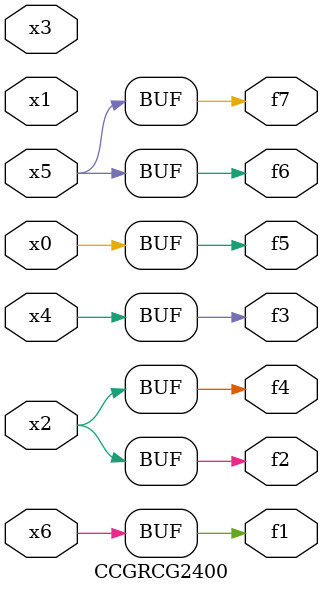
<source format=v>
module CCGRCG2400(
	input x0, x1, x2, x3, x4, x5, x6,
	output f1, f2, f3, f4, f5, f6, f7
);
	assign f1 = x6;
	assign f2 = x2;
	assign f3 = x4;
	assign f4 = x2;
	assign f5 = x0;
	assign f6 = x5;
	assign f7 = x5;
endmodule

</source>
